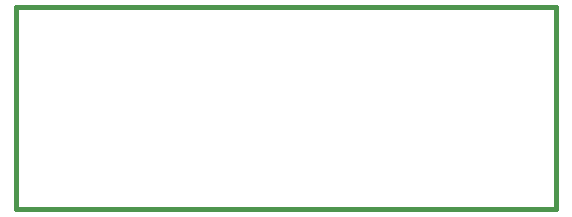
<source format=gbr>
G04 #@! TF.GenerationSoftware,KiCad,Pcbnew,5.1.6-c6e7f7d~87~ubuntu19.10.1*
G04 #@! TF.CreationDate,2022-01-09T06:04:57+06:00*
G04 #@! TF.ProjectId,1590N1_potentiometer_board_18_2x17_r1,31353930-4e31-45f7-906f-74656e74696f,1A*
G04 #@! TF.SameCoordinates,Original*
G04 #@! TF.FileFunction,Profile,NP*
%FSLAX46Y46*%
G04 Gerber Fmt 4.6, Leading zero omitted, Abs format (unit mm)*
G04 Created by KiCad (PCBNEW 5.1.6-c6e7f7d~87~ubuntu19.10.1) date 2022-01-09 06:04:57*
%MOMM*%
%LPD*%
G01*
G04 APERTURE LIST*
G04 #@! TA.AperFunction,Profile*
%ADD10C,0.400000*%
G04 #@! TD*
G04 APERTURE END LIST*
D10*
X128270000Y-140335000D02*
X128270000Y-157480000D01*
X82550000Y-140335000D02*
X82550000Y-157480000D01*
X82550000Y-157480000D02*
X128270000Y-157480000D01*
X82550000Y-140335000D02*
X128270000Y-140335000D01*
M02*

</source>
